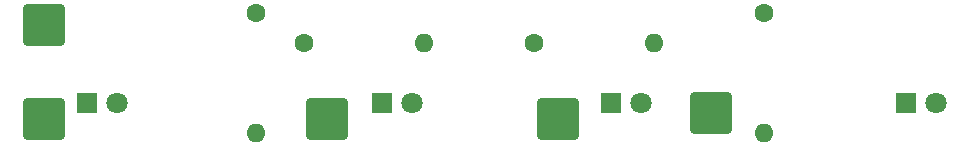
<source format=gbr>
%TF.GenerationSoftware,KiCad,Pcbnew,6.0.5*%
%TF.CreationDate,2022-09-22T17:37:42+02:00*%
%TF.ProjectId,ABS_Simulator_LEDs_a,4142535f-5369-46d7-956c-61746f725f4c,1.0*%
%TF.SameCoordinates,Original*%
%TF.FileFunction,Copper,L1,Top*%
%TF.FilePolarity,Positive*%
%FSLAX46Y46*%
G04 Gerber Fmt 4.6, Leading zero omitted, Abs format (unit mm)*
G04 Created by KiCad (PCBNEW 6.0.5) date 2022-09-22 17:37:42*
%MOMM*%
%LPD*%
G01*
G04 APERTURE LIST*
G04 Aperture macros list*
%AMRoundRect*
0 Rectangle with rounded corners*
0 $1 Rounding radius*
0 $2 $3 $4 $5 $6 $7 $8 $9 X,Y pos of 4 corners*
0 Add a 4 corners polygon primitive as box body*
4,1,4,$2,$3,$4,$5,$6,$7,$8,$9,$2,$3,0*
0 Add four circle primitives for the rounded corners*
1,1,$1+$1,$2,$3*
1,1,$1+$1,$4,$5*
1,1,$1+$1,$6,$7*
1,1,$1+$1,$8,$9*
0 Add four rect primitives between the rounded corners*
20,1,$1+$1,$2,$3,$4,$5,0*
20,1,$1+$1,$4,$5,$6,$7,0*
20,1,$1+$1,$6,$7,$8,$9,0*
20,1,$1+$1,$8,$9,$2,$3,0*%
G04 Aperture macros list end*
%TA.AperFunction,ComponentPad*%
%ADD10RoundRect,0.250002X-1.499998X-1.499998X1.499998X-1.499998X1.499998X1.499998X-1.499998X1.499998X0*%
%TD*%
%TA.AperFunction,ComponentPad*%
%ADD11C,1.600000*%
%TD*%
%TA.AperFunction,ComponentPad*%
%ADD12O,1.600000X1.600000*%
%TD*%
%TA.AperFunction,ComponentPad*%
%ADD13R,1.800000X1.800000*%
%TD*%
%TA.AperFunction,ComponentPad*%
%ADD14C,1.800000*%
%TD*%
G04 APERTURE END LIST*
D10*
%TO.P,J3,1,Pin_1*%
%TO.N,Net-(D2-Pad1)*%
X122500000Y-46500000D03*
%TD*%
D11*
%TO.P,R3,1*%
%TO.N,+12V*%
X140000000Y-40000000D03*
D12*
%TO.P,R3,2*%
%TO.N,Net-(D3-Pad2)*%
X150160000Y-40000000D03*
%TD*%
D11*
%TO.P,R1,1*%
%TO.N,+12V*%
X116500000Y-37500000D03*
D12*
%TO.P,R1,2*%
%TO.N,Net-(D1-Pad2)*%
X116500000Y-47660000D03*
%TD*%
D13*
%TO.P,D3,1,K*%
%TO.N,Net-(D3-Pad1)*%
X146529999Y-45150000D03*
D14*
%TO.P,D3,2,A*%
%TO.N,Net-(D3-Pad2)*%
X149069999Y-45150000D03*
%TD*%
D13*
%TO.P,D4,1,K*%
%TO.N,Net-(D4-Pad1)*%
X171530000Y-45150000D03*
D14*
%TO.P,D4,2,A*%
%TO.N,Net-(D4-Pad2)*%
X174070000Y-45150000D03*
%TD*%
D10*
%TO.P,J5,1,Pin_1*%
%TO.N,Net-(D4-Pad1)*%
X155000000Y-46000000D03*
%TD*%
%TO.P,J1,1,Pin_1*%
%TO.N,+12V*%
X98500000Y-38500000D03*
%TD*%
%TO.P,J2,1,Pin_1*%
%TO.N,Net-(D1-Pad1)*%
X98500000Y-46500000D03*
%TD*%
D13*
%TO.P,D1,1,K*%
%TO.N,Net-(D1-Pad1)*%
X102130000Y-45150000D03*
D14*
%TO.P,D1,2,A*%
%TO.N,Net-(D1-Pad2)*%
X104670000Y-45150000D03*
%TD*%
D11*
%TO.P,R4,1*%
%TO.N,+12V*%
X159500000Y-37500000D03*
D12*
%TO.P,R4,2*%
%TO.N,Net-(D4-Pad2)*%
X159500000Y-47660000D03*
%TD*%
D11*
%TO.P,R2,1*%
%TO.N,+12V*%
X120500000Y-40000000D03*
D12*
%TO.P,R2,2*%
%TO.N,Net-(D2-Pad2)*%
X130660000Y-40000000D03*
%TD*%
D13*
%TO.P,D2,1,K*%
%TO.N,Net-(D2-Pad1)*%
X127125000Y-45150000D03*
D14*
%TO.P,D2,2,A*%
%TO.N,Net-(D2-Pad2)*%
X129665000Y-45150000D03*
%TD*%
D10*
%TO.P,J4,1,Pin_1*%
%TO.N,Net-(D3-Pad1)*%
X142000000Y-46500000D03*
%TD*%
M02*

</source>
